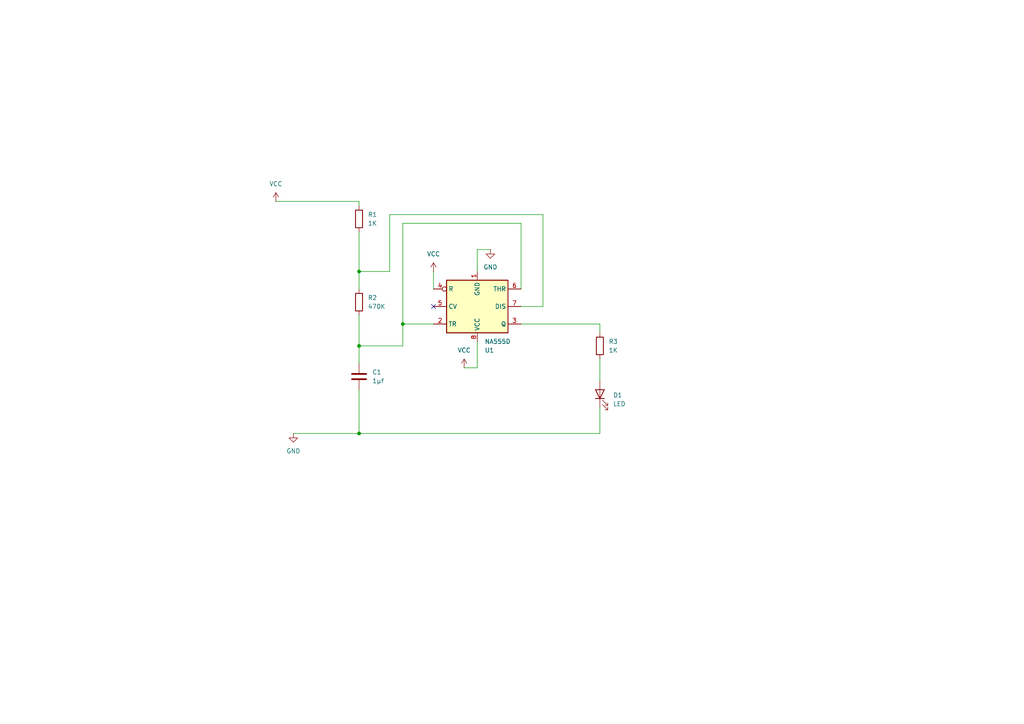
<source format=kicad_sch>
(kicad_sch (version 20250114) (generator "eeschema") (generator_version "9.0")
  (paper "A4")
  (lib_symbols
    (symbol "Device:C" (pin_numbers (hide yes)) (pin_names (offset 0.254))
      (property "Reference" "C" (at 0.635 2.54 0))
      (property "Value" "C" (at 0.635 -2.54 0))
      (symbol "C_0_1"
        (polyline (pts (xy -2.032 0.762) (xy 2.032 0.762)) (stroke (width 0.508)))
        (polyline (pts (xy -2.032 -0.762) (xy 2.032 -0.762)) (stroke (width 0.508)))
      )
      (symbol "C_1_1"
        (pin passive line (at 0 3.81 270) (length 2.794) (name "~") (number "1"))
        (pin passive line (at 0 -3.81 90) (length 2.794) (name "~") (number "2"))
      )
    )
    (symbol "Device:LED" (pin_numbers (hide yes)) (pin_names (offset 1.016) (hide yes))
      (property "Reference" "D" (at 0 2.54 0))
      (property "Value" "LED" (at 0 -2.54 0))
      (symbol "LED_0_1"
        (polyline (pts (xy -3.048 -0.762) (xy -4.572 -2.286) (xy -3.81 -2.286) (xy -4.572 -2.286) (xy -4.572 -1.524)))
        (polyline (pts (xy -1.778 -0.762) (xy -3.302 -2.286) (xy -2.54 -2.286) (xy -3.302 -2.286) (xy -3.302 -1.524)))
        (polyline (pts (xy -1.27 0) (xy 1.27 0)))
        (polyline (pts (xy -1.27 -1.27) (xy -1.27 1.27)) (stroke (width 0.254)))
        (polyline (pts (xy 1.27 -1.27) (xy 1.27 1.27) (xy -1.27 0) (xy 1.27 -1.27)) (stroke (width 0.254)))
      )
      (symbol "LED_1_1"
        (pin passive line (at -3.81 0 0) (length 2.54) (name "K") (number "1"))
        (pin passive line (at 3.81 0 180) (length 2.54) (name "A") (number "2"))
      )
    )
    (symbol "Device:R" (pin_numbers (hide yes)) (pin_names (offset 0))
      (property "Reference" "R" (at 2.032 0 90))
      (property "Value" "R" (at 0 0 90))
      (symbol "R_0_1"
        (rectangle (start -1.016 -2.54) (end 1.016 2.54) (stroke (width 0.254)))
      )
      (symbol "R_1_1"
        (pin passive line (at 0 3.81 270) (length 1.27) (name "~") (number "1"))
        (pin passive line (at 0 -3.81 90) (length 1.27) (name "~") (number "2"))
      )
    )
    (symbol "Timer:NA555D"
      (property "Reference" "U" (at -10.16 8.89 0))
      (property "Value" "NA555D" (at 2.54 8.89 0))
      (symbol "NA555D_0_0"
        (pin power_in line (at 0 10.16 270) (length 2.54) (name "VCC") (number "8"))
        (pin power_in line (at 0 -10.16 90) (length 2.54) (name "GND") (number "1"))
      )
      (symbol "NA555D_0_1"
        (rectangle (start -8.89 -7.62) (end 8.89 7.62) (stroke (width 0.254)) (fill (type background)))
        (rectangle (start -8.89 -7.62) (end 8.89 7.62) (stroke (width 0.254)) (fill (type background)))
      )
      (symbol "NA555D_1_1"
        (pin input line (at -12.7 5.08 0) (length 3.81) (name "TR") (number "2"))
        (pin input line (at -12.7 0 0) (length 3.81) (name "CV") (number "5"))
        (pin input inverted (at -12.7 -5.08 0) (length 3.81) (name "R") (number "4"))
        (pin output line (at 12.7 5.08 180) (length 3.81) (name "Q") (number "3"))
        (pin input line (at 12.7 0 180) (length 3.81) (name "DIS") (number "7"))
        (pin input line (at 12.7 -5.08 180) (length 3.81) (name "THR") (number "6"))
      )
    )
    (symbol "power:GND" (power) (pin_numbers (hide yes)) (pin_names (offset 0) (hide yes))
      (property "Value" "GND" (at 0 -3.81 0))
      (symbol "GND_0_1"
        (polyline (pts (xy 0 0) (xy 0 -1.27) (xy 1.27 -1.27) (xy 0 -2.54) (xy -1.27 -1.27) (xy 0 -1.27)))
      )
      (symbol "GND_1_1"
        (pin power_in line (at 0 0 270) (length 0) (name "~") (number "1"))
      )
    )
    (symbol "power:VCC" (power) (pin_numbers (hide yes)) (pin_names (offset 0) (hide yes))
      (property "Value" "VCC" (at 0 3.556 0))
      (symbol "VCC_0_1"
        (polyline (pts (xy -0.762 1.27) (xy 0 2.54)))
        (polyline (pts (xy 0 2.54) (xy 0.762 1.27)))
        (polyline (pts (xy 0 0) (xy 0 2.54)))
      )
      (symbol "VCC_1_1"
        (pin power_in line (at 0 0 90) (length 0) (name "~") (number "1"))
      )
    )
  )
  (junction (at 104.14 100.33))
  (junction (at 116.84 93.98))
  (junction (at 104.14 78.74))
  (junction (at 104.14 125.73))
  (no_connect (at 125.73 88.9))
  (wire (pts (xy 125.73 78.74) (xy 125.73 83.82)))
  (wire (pts (xy 113.03 78.74) (xy 104.14 78.74)))
  (wire (pts (xy 113.03 62.23) (xy 113.03 78.74)))
  (wire (pts (xy 116.84 93.98) (xy 125.73 93.98)))
  (wire (pts (xy 138.43 99.06) (xy 138.43 106.68)))
  (wire (pts (xy 157.48 88.9) (xy 157.48 62.23)))
  (wire (pts (xy 104.14 78.74) (xy 104.14 83.82)))
  (wire (pts (xy 151.13 88.9) (xy 157.48 88.9)))
  (wire (pts (xy 138.43 106.68) (xy 134.62 106.68)))
  (wire (pts (xy 138.43 72.39) (xy 142.24 72.39)))
  (wire (pts (xy 157.48 62.23) (xy 113.03 62.23)))
  (wire (pts (xy 104.14 125.73) (xy 173.99 125.73)))
  (wire (pts (xy 173.99 104.14) (xy 173.99 110.49)))
  (wire (pts (xy 80.01 58.42) (xy 104.14 58.42)))
  (wire (pts (xy 104.14 67.31) (xy 104.14 78.74)))
  (wire (pts (xy 116.84 64.77) (xy 116.84 93.98)))
  (wire (pts (xy 116.84 64.77) (xy 151.13 64.77)))
  (wire (pts (xy 104.14 113.03) (xy 104.14 125.73)))
  (wire (pts (xy 104.14 100.33) (xy 116.84 100.33)))
  (wire (pts (xy 151.13 93.98) (xy 173.99 93.98)))
  (wire (pts (xy 173.99 93.98) (xy 173.99 96.52)))
  (wire (pts (xy 104.14 58.42) (xy 104.14 59.69)))
  (wire (pts (xy 138.43 72.39) (xy 138.43 78.74)))
  (wire (pts (xy 104.14 125.73) (xy 85.09 125.73)))
  (wire (pts (xy 173.99 118.11) (xy 173.99 125.73)))
  (wire (pts (xy 104.14 100.33) (xy 104.14 105.41)))
  (wire (pts (xy 151.13 83.82) (xy 151.13 64.77)))
  (wire (pts (xy 104.14 91.44) (xy 104.14 100.33)))
  (wire (pts (xy 116.84 93.98) (xy 116.84 100.33)))
  (symbol (lib_id "Device:C") (at 104.14 109.22 0) (unit 1)
    (property "Reference" "C1" (at 107.95 107.9499 0) (effects (justify left)))
    (property "Value" "1µf" (at 107.95 110.4899 0) (effects (justify left)))
    (property "Description" "Unpolarized capacitor" (effects (hide yes)))
  )
  (symbol (lib_id "power:GND") (at 142.24 72.39 0) (unit 1)
    (property "Reference" "#PWR05" (effects (hide yes)))
    (property "Value" "GND" (at 142.24 77.47 0))
    (property "Description" "Power symbol creates a global label with name \"GND\" , ground" (effects (hide yes)))
  )
  (symbol (lib_id "Device:R") (at 104.14 63.5 0) (unit 1)
    (property "Reference" "R1" (at 106.68 62.2299 0) (effects (justify left)))
    (property "Value" "1K" (at 106.68 64.7699 0) (effects (justify left)))
    (property "Description" "Resistor" (effects (hide yes)))
  )
  (symbol (lib_id "Device:R") (at 104.14 87.63 0) (unit 1)
    (property "Reference" "R2" (at 106.68 86.3599 0) (effects (justify left)))
    (property "Value" "470K" (at 106.68 88.8999 0) (effects (justify left)))
    (property "Description" "Resistor" (effects (hide yes)))
  )
  (symbol (lib_id "Device:LED") (at 173.99 114.3 90) (unit 1)
    (property "Reference" "D1" (at 177.8 114.6174 90) (effects (justify right)))
    (property "Value" "LED" (at 177.8 117.1574 90) (effects (justify right)))
    (property "Description" "Light emitting diode" (effects (hide yes)))
    (property "Sim.Pins" "1=K 2=A" (effects (hide yes)))
  )
  (symbol (lib_id "power:GND") (at 85.09 125.73 0) (unit 1)
    (property "Reference" "#PWR01" (effects (hide yes)))
    (property "Value" "GND" (at 85.09 130.81 0))
    (property "Description" "Power symbol creates a global label with name \"GND\" , ground" (effects (hide yes)))
  )
  (symbol (lib_id "power:VCC") (at 80.01 58.42 0) (unit 1)
    (property "Reference" "#PWR02" (effects (hide yes)))
    (property "Value" "VCC" (at 80.01 53.34 0))
    (property "Description" "Power symbol creates a global label with name \"VCC\"" (effects (hide yes)))
  )
  (symbol (lib_id "power:VCC") (at 134.62 106.68 0) (unit 1)
    (property "Reference" "#PWR03" (effects (hide yes)))
    (property "Value" "VCC" (at 134.62 101.6 0))
    (property "Description" "Power symbol creates a global label with name \"VCC\"" (effects (hide yes)))
  )
  (symbol (lib_id "power:VCC") (at 125.73 78.74 0) (unit 1)
    (property "Reference" "#PWR04" (effects (hide yes)))
    (property "Value" "VCC" (at 125.73 73.66 0))
    (property "Description" "Power symbol creates a global label with name \"VCC\"" (effects (hide yes)))
  )
  (symbol (lib_id "Device:R") (at 173.99 100.33 0) (unit 1)
    (property "Reference" "R3" (at 176.53 99.0599 0) (effects (justify left)))
    (property "Value" "1K" (at 176.53 101.5999 0) (effects (justify left)))
    (property "Description" "Resistor" (effects (hide yes)))
  )
  (symbol (lib_id "Timer:NA555D") (at 138.43 88.9 0) (mirror x) (unit 1)
    (property "Reference" "U1" (at 140.5733 101.6 0) (effects (justify left)))
    (property "Value" "NA555D" (at 140.5733 99.06 0) (effects (justify left)))
    (property "Footprint" "Package_SO:SOIC-8_3.9x4.9mm_P1.27mm" (effects (hide yes)))
    (property "Datasheet" "http://www.ti.com/lit/ds/symlink/ne555.pdf" (effects (hide yes)))
    (property "Description" "Precision Timers, 555 compatible, SOIC-8" (effects (hide yes)))
  )
)
</source>
